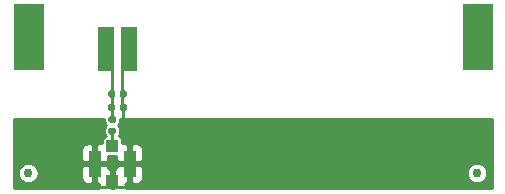
<source format=gbr>
%TF.GenerationSoftware,KiCad,Pcbnew,5.1.6+dfsg1-1~bpo10+1*%
%TF.CreationDate,2021-03-29T13:25:19-04:00*%
%TF.ProjectId,RUSP_Antenna,52555350-5f41-46e7-9465-6e6e612e6b69,rev?*%
%TF.SameCoordinates,Original*%
%TF.FileFunction,Copper,L1,Top*%
%TF.FilePolarity,Positive*%
%FSLAX46Y46*%
G04 Gerber Fmt 4.6, Leading zero omitted, Abs format (unit mm)*
G04 Created by KiCad (PCBNEW 5.1.6+dfsg1-1~bpo10+1) date 2021-03-29 13:25:19*
%MOMM*%
%LPD*%
G01*
G04 APERTURE LIST*
%TA.AperFunction,SMDPad,CuDef*%
%ADD10C,0.750000*%
%TD*%
%TA.AperFunction,SMDPad,CuDef*%
%ADD11R,1.050000X2.200000*%
%TD*%
%TA.AperFunction,SMDPad,CuDef*%
%ADD12R,1.000000X1.000000*%
%TD*%
%TA.AperFunction,SMDPad,CuDef*%
%ADD13R,2.600000X5.600000*%
%TD*%
%TA.AperFunction,SMDPad,CuDef*%
%ADD14R,1.400000X3.700000*%
%TD*%
%TA.AperFunction,Conductor*%
%ADD15C,0.250000*%
%TD*%
%TA.AperFunction,Conductor*%
%ADD16C,0.254000*%
%TD*%
G04 APERTURE END LIST*
%TO.P,C2,2*%
%TO.N,GNDA*%
%TA.AperFunction,SMDPad,CuDef*%
G36*
G01*
X133490000Y-98372500D02*
X133490000Y-98027500D01*
G75*
G02*
X133637500Y-97880000I147500J0D01*
G01*
X133932500Y-97880000D01*
G75*
G02*
X134080000Y-98027500I0J-147500D01*
G01*
X134080000Y-98372500D01*
G75*
G02*
X133932500Y-98520000I-147500J0D01*
G01*
X133637500Y-98520000D01*
G75*
G02*
X133490000Y-98372500I0J147500D01*
G01*
G37*
%TD.AperFunction*%
%TO.P,C2,1*%
%TO.N,Net-(AE1-Pad1)*%
%TA.AperFunction,SMDPad,CuDef*%
G36*
G01*
X132520000Y-98372500D02*
X132520000Y-98027500D01*
G75*
G02*
X132667500Y-97880000I147500J0D01*
G01*
X132962500Y-97880000D01*
G75*
G02*
X133110000Y-98027500I0J-147500D01*
G01*
X133110000Y-98372500D01*
G75*
G02*
X132962500Y-98520000I-147500J0D01*
G01*
X132667500Y-98520000D01*
G75*
G02*
X132520000Y-98372500I0J147500D01*
G01*
G37*
%TD.AperFunction*%
%TD*%
%TO.P,C1,1*%
%TO.N,Net-(AE1-Pad1)*%
%TA.AperFunction,SMDPad,CuDef*%
G36*
G01*
X132677500Y-98920000D02*
X133022500Y-98920000D01*
G75*
G02*
X133170000Y-99067500I0J-147500D01*
G01*
X133170000Y-99362500D01*
G75*
G02*
X133022500Y-99510000I-147500J0D01*
G01*
X132677500Y-99510000D01*
G75*
G02*
X132530000Y-99362500I0J147500D01*
G01*
X132530000Y-99067500D01*
G75*
G02*
X132677500Y-98920000I147500J0D01*
G01*
G37*
%TD.AperFunction*%
%TO.P,C1,2*%
%TO.N,Net-(C1-Pad2)*%
%TA.AperFunction,SMDPad,CuDef*%
G36*
G01*
X132677500Y-99890000D02*
X133022500Y-99890000D01*
G75*
G02*
X133170000Y-100037500I0J-147500D01*
G01*
X133170000Y-100332500D01*
G75*
G02*
X133022500Y-100480000I-147500J0D01*
G01*
X132677500Y-100480000D01*
G75*
G02*
X132530000Y-100332500I0J147500D01*
G01*
X132530000Y-100037500D01*
G75*
G02*
X132677500Y-99890000I147500J0D01*
G01*
G37*
%TD.AperFunction*%
%TD*%
D10*
%TO.P,FID1,*%
%TO.N,*%
X125750000Y-103750000D03*
%TD*%
%TO.P,FID2,*%
%TO.N,*%
X163750000Y-103750000D03*
%TD*%
D11*
%TO.P,J1,2*%
%TO.N,GNDA*%
X134325000Y-102950000D03*
X131375000Y-102950000D03*
D12*
X132850000Y-104450000D03*
%TO.P,J1,1*%
%TO.N,Net-(C1-Pad2)*%
X132850000Y-101450000D03*
%TD*%
%TO.P,L1,1*%
%TO.N,Net-(AE1-Pad1)*%
%TA.AperFunction,SMDPad,CuDef*%
G36*
G01*
X132520000Y-97222500D02*
X132520000Y-96877500D01*
G75*
G02*
X132667500Y-96730000I147500J0D01*
G01*
X132962500Y-96730000D01*
G75*
G02*
X133110000Y-96877500I0J-147500D01*
G01*
X133110000Y-97222500D01*
G75*
G02*
X132962500Y-97370000I-147500J0D01*
G01*
X132667500Y-97370000D01*
G75*
G02*
X132520000Y-97222500I0J147500D01*
G01*
G37*
%TD.AperFunction*%
%TO.P,L1,2*%
%TO.N,GNDA*%
%TA.AperFunction,SMDPad,CuDef*%
G36*
G01*
X133490000Y-97222500D02*
X133490000Y-96877500D01*
G75*
G02*
X133637500Y-96730000I147500J0D01*
G01*
X133932500Y-96730000D01*
G75*
G02*
X134080000Y-96877500I0J-147500D01*
G01*
X134080000Y-97222500D01*
G75*
G02*
X133932500Y-97370000I-147500J0D01*
G01*
X133637500Y-97370000D01*
G75*
G02*
X133490000Y-97222500I0J147500D01*
G01*
G37*
%TD.AperFunction*%
%TD*%
D13*
%TO.P,AE1,*%
%TO.N,*%
X163800000Y-92250000D03*
D14*
%TO.P,AE1,1*%
%TO.N,Net-(AE1-Pad1)*%
X132300000Y-93250000D03*
D13*
%TO.P,AE1,*%
%TO.N,*%
X125800000Y-92250000D03*
D14*
%TO.P,AE1,2*%
%TO.N,GNDA*%
X134300000Y-93250000D03*
%TD*%
D15*
%TO.N,Net-(AE1-Pad1)*%
X132300000Y-93250000D02*
X132300000Y-94350000D01*
X132300000Y-94350000D02*
X132850000Y-94900000D01*
X132850000Y-94900000D02*
X132850000Y-97000000D01*
X132850000Y-97000000D02*
X132850000Y-98250000D01*
X132850000Y-98250000D02*
X132850000Y-99200000D01*
%TO.N,GNDA*%
X134300000Y-93250000D02*
X134300000Y-94300000D01*
X134300000Y-94300000D02*
X133700000Y-94900000D01*
X133700000Y-94900000D02*
X133700000Y-97050000D01*
X133700000Y-97050000D02*
X133700000Y-98250000D01*
X133785000Y-98200000D02*
X133785000Y-99985000D01*
X134250000Y-104500000D02*
X134250000Y-104899990D01*
X133100010Y-104899990D02*
X131250000Y-104899990D01*
X134250000Y-104899990D02*
X133100010Y-104899990D01*
X132850000Y-104899990D02*
X133100010Y-104899990D01*
X132850000Y-104450000D02*
X132850000Y-104899990D01*
%TO.N,Net-(C1-Pad2)*%
X132850000Y-101450000D02*
X132850000Y-100200000D01*
%TD*%
D16*
%TO.N,GNDA*%
G36*
X132201418Y-99362500D02*
G01*
X132210566Y-99455379D01*
X132237658Y-99544689D01*
X132281652Y-99626997D01*
X132340859Y-99699141D01*
X132341906Y-99700000D01*
X132340859Y-99700859D01*
X132281652Y-99773003D01*
X132237658Y-99855311D01*
X132210566Y-99944621D01*
X132201418Y-100037500D01*
X132201418Y-100332500D01*
X132210566Y-100425379D01*
X132237658Y-100514689D01*
X132281652Y-100596997D01*
X132305307Y-100625820D01*
X132285897Y-100627732D01*
X132224257Y-100646430D01*
X132167450Y-100676794D01*
X132117657Y-100717657D01*
X132076794Y-100767450D01*
X132046430Y-100824257D01*
X132027732Y-100885897D01*
X132021418Y-100950000D01*
X132021418Y-101223886D01*
X131900000Y-101211928D01*
X131660750Y-101215000D01*
X131502000Y-101373750D01*
X131502000Y-102823000D01*
X132376250Y-102823000D01*
X132535000Y-102664250D01*
X132536455Y-102278582D01*
X133163545Y-102278582D01*
X133165000Y-102664250D01*
X133323750Y-102823000D01*
X134198000Y-102823000D01*
X134198000Y-101373750D01*
X134452000Y-101373750D01*
X134452000Y-102823000D01*
X135326250Y-102823000D01*
X135485000Y-102664250D01*
X135488072Y-101850000D01*
X135475812Y-101725518D01*
X135439502Y-101605820D01*
X135380537Y-101495506D01*
X135301185Y-101398815D01*
X135204494Y-101319463D01*
X135094180Y-101260498D01*
X134974482Y-101224188D01*
X134850000Y-101211928D01*
X134610750Y-101215000D01*
X134452000Y-101373750D01*
X134198000Y-101373750D01*
X134039250Y-101215000D01*
X133800000Y-101211928D01*
X133678582Y-101223886D01*
X133678582Y-100950000D01*
X133672268Y-100885897D01*
X133653570Y-100824257D01*
X133623206Y-100767450D01*
X133582343Y-100717657D01*
X133532550Y-100676794D01*
X133475743Y-100646430D01*
X133414103Y-100627732D01*
X133394693Y-100625820D01*
X133418348Y-100596997D01*
X133462342Y-100514689D01*
X133489434Y-100425379D01*
X133498582Y-100332500D01*
X133498582Y-100037500D01*
X133489434Y-99944621D01*
X133462342Y-99855311D01*
X133418348Y-99773003D01*
X133359141Y-99700859D01*
X133358094Y-99700000D01*
X133359141Y-99699141D01*
X133418348Y-99626997D01*
X133462342Y-99544689D01*
X133489434Y-99455379D01*
X133498582Y-99362500D01*
X133498582Y-99155222D01*
X133499250Y-99155000D01*
X133527250Y-99127000D01*
X134042750Y-99127000D01*
X134070750Y-99155000D01*
X134080000Y-99158072D01*
X134204482Y-99145812D01*
X134266497Y-99127000D01*
X164998000Y-99127000D01*
X164998000Y-104998000D01*
X133983345Y-104998000D01*
X133988072Y-104950000D01*
X133985000Y-104735750D01*
X133935581Y-104686331D01*
X134039250Y-104685000D01*
X134198000Y-104526250D01*
X134198000Y-103077000D01*
X134452000Y-103077000D01*
X134452000Y-104526250D01*
X134610750Y-104685000D01*
X134850000Y-104688072D01*
X134974482Y-104675812D01*
X135094180Y-104639502D01*
X135204494Y-104580537D01*
X135301185Y-104501185D01*
X135380537Y-104404494D01*
X135439502Y-104294180D01*
X135475812Y-104174482D01*
X135488072Y-104050000D01*
X135486615Y-103663623D01*
X162873000Y-103663623D01*
X162873000Y-103836377D01*
X162906703Y-104005811D01*
X162972813Y-104165415D01*
X163068790Y-104309055D01*
X163190945Y-104431210D01*
X163334585Y-104527187D01*
X163494189Y-104593297D01*
X163663623Y-104627000D01*
X163836377Y-104627000D01*
X164005811Y-104593297D01*
X164165415Y-104527187D01*
X164309055Y-104431210D01*
X164431210Y-104309055D01*
X164527187Y-104165415D01*
X164593297Y-104005811D01*
X164627000Y-103836377D01*
X164627000Y-103663623D01*
X164593297Y-103494189D01*
X164527187Y-103334585D01*
X164431210Y-103190945D01*
X164309055Y-103068790D01*
X164165415Y-102972813D01*
X164005811Y-102906703D01*
X163836377Y-102873000D01*
X163663623Y-102873000D01*
X163494189Y-102906703D01*
X163334585Y-102972813D01*
X163190945Y-103068790D01*
X163068790Y-103190945D01*
X162972813Y-103334585D01*
X162906703Y-103494189D01*
X162873000Y-103663623D01*
X135486615Y-103663623D01*
X135485000Y-103235750D01*
X135326250Y-103077000D01*
X134452000Y-103077000D01*
X134198000Y-103077000D01*
X133323750Y-103077000D01*
X133165000Y-103235750D01*
X133164703Y-103314585D01*
X133135750Y-103315000D01*
X132977000Y-103473750D01*
X132977000Y-104323000D01*
X132997000Y-104323000D01*
X132997000Y-104577000D01*
X132977000Y-104577000D01*
X132977000Y-104998000D01*
X132723000Y-104998000D01*
X132723000Y-104577000D01*
X132703000Y-104577000D01*
X132703000Y-104323000D01*
X132723000Y-104323000D01*
X132723000Y-103473750D01*
X132564250Y-103315000D01*
X132535297Y-103314585D01*
X132535000Y-103235750D01*
X132376250Y-103077000D01*
X131502000Y-103077000D01*
X131502000Y-104526250D01*
X131660750Y-104685000D01*
X131764419Y-104686331D01*
X131715000Y-104735750D01*
X131711928Y-104950000D01*
X131716655Y-104998000D01*
X124502000Y-104998000D01*
X124502000Y-103663623D01*
X124873000Y-103663623D01*
X124873000Y-103836377D01*
X124906703Y-104005811D01*
X124972813Y-104165415D01*
X125068790Y-104309055D01*
X125190945Y-104431210D01*
X125334585Y-104527187D01*
X125494189Y-104593297D01*
X125663623Y-104627000D01*
X125836377Y-104627000D01*
X126005811Y-104593297D01*
X126165415Y-104527187D01*
X126309055Y-104431210D01*
X126431210Y-104309055D01*
X126527187Y-104165415D01*
X126574993Y-104050000D01*
X130211928Y-104050000D01*
X130224188Y-104174482D01*
X130260498Y-104294180D01*
X130319463Y-104404494D01*
X130398815Y-104501185D01*
X130495506Y-104580537D01*
X130605820Y-104639502D01*
X130725518Y-104675812D01*
X130850000Y-104688072D01*
X131089250Y-104685000D01*
X131248000Y-104526250D01*
X131248000Y-103077000D01*
X130373750Y-103077000D01*
X130215000Y-103235750D01*
X130211928Y-104050000D01*
X126574993Y-104050000D01*
X126593297Y-104005811D01*
X126627000Y-103836377D01*
X126627000Y-103663623D01*
X126593297Y-103494189D01*
X126527187Y-103334585D01*
X126431210Y-103190945D01*
X126309055Y-103068790D01*
X126165415Y-102972813D01*
X126005811Y-102906703D01*
X125836377Y-102873000D01*
X125663623Y-102873000D01*
X125494189Y-102906703D01*
X125334585Y-102972813D01*
X125190945Y-103068790D01*
X125068790Y-103190945D01*
X124972813Y-103334585D01*
X124906703Y-103494189D01*
X124873000Y-103663623D01*
X124502000Y-103663623D01*
X124502000Y-101850000D01*
X130211928Y-101850000D01*
X130215000Y-102664250D01*
X130373750Y-102823000D01*
X131248000Y-102823000D01*
X131248000Y-101373750D01*
X131089250Y-101215000D01*
X130850000Y-101211928D01*
X130725518Y-101224188D01*
X130605820Y-101260498D01*
X130495506Y-101319463D01*
X130398815Y-101398815D01*
X130319463Y-101495506D01*
X130260498Y-101605820D01*
X130224188Y-101725518D01*
X130211928Y-101850000D01*
X124502000Y-101850000D01*
X124502000Y-99127000D01*
X132201418Y-99127000D01*
X132201418Y-99362500D01*
G37*
X132201418Y-99362500D02*
X132210566Y-99455379D01*
X132237658Y-99544689D01*
X132281652Y-99626997D01*
X132340859Y-99699141D01*
X132341906Y-99700000D01*
X132340859Y-99700859D01*
X132281652Y-99773003D01*
X132237658Y-99855311D01*
X132210566Y-99944621D01*
X132201418Y-100037500D01*
X132201418Y-100332500D01*
X132210566Y-100425379D01*
X132237658Y-100514689D01*
X132281652Y-100596997D01*
X132305307Y-100625820D01*
X132285897Y-100627732D01*
X132224257Y-100646430D01*
X132167450Y-100676794D01*
X132117657Y-100717657D01*
X132076794Y-100767450D01*
X132046430Y-100824257D01*
X132027732Y-100885897D01*
X132021418Y-100950000D01*
X132021418Y-101223886D01*
X131900000Y-101211928D01*
X131660750Y-101215000D01*
X131502000Y-101373750D01*
X131502000Y-102823000D01*
X132376250Y-102823000D01*
X132535000Y-102664250D01*
X132536455Y-102278582D01*
X133163545Y-102278582D01*
X133165000Y-102664250D01*
X133323750Y-102823000D01*
X134198000Y-102823000D01*
X134198000Y-101373750D01*
X134452000Y-101373750D01*
X134452000Y-102823000D01*
X135326250Y-102823000D01*
X135485000Y-102664250D01*
X135488072Y-101850000D01*
X135475812Y-101725518D01*
X135439502Y-101605820D01*
X135380537Y-101495506D01*
X135301185Y-101398815D01*
X135204494Y-101319463D01*
X135094180Y-101260498D01*
X134974482Y-101224188D01*
X134850000Y-101211928D01*
X134610750Y-101215000D01*
X134452000Y-101373750D01*
X134198000Y-101373750D01*
X134039250Y-101215000D01*
X133800000Y-101211928D01*
X133678582Y-101223886D01*
X133678582Y-100950000D01*
X133672268Y-100885897D01*
X133653570Y-100824257D01*
X133623206Y-100767450D01*
X133582343Y-100717657D01*
X133532550Y-100676794D01*
X133475743Y-100646430D01*
X133414103Y-100627732D01*
X133394693Y-100625820D01*
X133418348Y-100596997D01*
X133462342Y-100514689D01*
X133489434Y-100425379D01*
X133498582Y-100332500D01*
X133498582Y-100037500D01*
X133489434Y-99944621D01*
X133462342Y-99855311D01*
X133418348Y-99773003D01*
X133359141Y-99700859D01*
X133358094Y-99700000D01*
X133359141Y-99699141D01*
X133418348Y-99626997D01*
X133462342Y-99544689D01*
X133489434Y-99455379D01*
X133498582Y-99362500D01*
X133498582Y-99155222D01*
X133499250Y-99155000D01*
X133527250Y-99127000D01*
X134042750Y-99127000D01*
X134070750Y-99155000D01*
X134080000Y-99158072D01*
X134204482Y-99145812D01*
X134266497Y-99127000D01*
X164998000Y-99127000D01*
X164998000Y-104998000D01*
X133983345Y-104998000D01*
X133988072Y-104950000D01*
X133985000Y-104735750D01*
X133935581Y-104686331D01*
X134039250Y-104685000D01*
X134198000Y-104526250D01*
X134198000Y-103077000D01*
X134452000Y-103077000D01*
X134452000Y-104526250D01*
X134610750Y-104685000D01*
X134850000Y-104688072D01*
X134974482Y-104675812D01*
X135094180Y-104639502D01*
X135204494Y-104580537D01*
X135301185Y-104501185D01*
X135380537Y-104404494D01*
X135439502Y-104294180D01*
X135475812Y-104174482D01*
X135488072Y-104050000D01*
X135486615Y-103663623D01*
X162873000Y-103663623D01*
X162873000Y-103836377D01*
X162906703Y-104005811D01*
X162972813Y-104165415D01*
X163068790Y-104309055D01*
X163190945Y-104431210D01*
X163334585Y-104527187D01*
X163494189Y-104593297D01*
X163663623Y-104627000D01*
X163836377Y-104627000D01*
X164005811Y-104593297D01*
X164165415Y-104527187D01*
X164309055Y-104431210D01*
X164431210Y-104309055D01*
X164527187Y-104165415D01*
X164593297Y-104005811D01*
X164627000Y-103836377D01*
X164627000Y-103663623D01*
X164593297Y-103494189D01*
X164527187Y-103334585D01*
X164431210Y-103190945D01*
X164309055Y-103068790D01*
X164165415Y-102972813D01*
X164005811Y-102906703D01*
X163836377Y-102873000D01*
X163663623Y-102873000D01*
X163494189Y-102906703D01*
X163334585Y-102972813D01*
X163190945Y-103068790D01*
X163068790Y-103190945D01*
X162972813Y-103334585D01*
X162906703Y-103494189D01*
X162873000Y-103663623D01*
X135486615Y-103663623D01*
X135485000Y-103235750D01*
X135326250Y-103077000D01*
X134452000Y-103077000D01*
X134198000Y-103077000D01*
X133323750Y-103077000D01*
X133165000Y-103235750D01*
X133164703Y-103314585D01*
X133135750Y-103315000D01*
X132977000Y-103473750D01*
X132977000Y-104323000D01*
X132997000Y-104323000D01*
X132997000Y-104577000D01*
X132977000Y-104577000D01*
X132977000Y-104998000D01*
X132723000Y-104998000D01*
X132723000Y-104577000D01*
X132703000Y-104577000D01*
X132703000Y-104323000D01*
X132723000Y-104323000D01*
X132723000Y-103473750D01*
X132564250Y-103315000D01*
X132535297Y-103314585D01*
X132535000Y-103235750D01*
X132376250Y-103077000D01*
X131502000Y-103077000D01*
X131502000Y-104526250D01*
X131660750Y-104685000D01*
X131764419Y-104686331D01*
X131715000Y-104735750D01*
X131711928Y-104950000D01*
X131716655Y-104998000D01*
X124502000Y-104998000D01*
X124502000Y-103663623D01*
X124873000Y-103663623D01*
X124873000Y-103836377D01*
X124906703Y-104005811D01*
X124972813Y-104165415D01*
X125068790Y-104309055D01*
X125190945Y-104431210D01*
X125334585Y-104527187D01*
X125494189Y-104593297D01*
X125663623Y-104627000D01*
X125836377Y-104627000D01*
X126005811Y-104593297D01*
X126165415Y-104527187D01*
X126309055Y-104431210D01*
X126431210Y-104309055D01*
X126527187Y-104165415D01*
X126574993Y-104050000D01*
X130211928Y-104050000D01*
X130224188Y-104174482D01*
X130260498Y-104294180D01*
X130319463Y-104404494D01*
X130398815Y-104501185D01*
X130495506Y-104580537D01*
X130605820Y-104639502D01*
X130725518Y-104675812D01*
X130850000Y-104688072D01*
X131089250Y-104685000D01*
X131248000Y-104526250D01*
X131248000Y-103077000D01*
X130373750Y-103077000D01*
X130215000Y-103235750D01*
X130211928Y-104050000D01*
X126574993Y-104050000D01*
X126593297Y-104005811D01*
X126627000Y-103836377D01*
X126627000Y-103663623D01*
X126593297Y-103494189D01*
X126527187Y-103334585D01*
X126431210Y-103190945D01*
X126309055Y-103068790D01*
X126165415Y-102972813D01*
X126005811Y-102906703D01*
X125836377Y-102873000D01*
X125663623Y-102873000D01*
X125494189Y-102906703D01*
X125334585Y-102972813D01*
X125190945Y-103068790D01*
X125068790Y-103190945D01*
X124972813Y-103334585D01*
X124906703Y-103494189D01*
X124873000Y-103663623D01*
X124502000Y-103663623D01*
X124502000Y-101850000D01*
X130211928Y-101850000D01*
X130215000Y-102664250D01*
X130373750Y-102823000D01*
X131248000Y-102823000D01*
X131248000Y-101373750D01*
X131089250Y-101215000D01*
X130850000Y-101211928D01*
X130725518Y-101224188D01*
X130605820Y-101260498D01*
X130495506Y-101319463D01*
X130398815Y-101398815D01*
X130319463Y-101495506D01*
X130260498Y-101605820D01*
X130224188Y-101725518D01*
X130211928Y-101850000D01*
X124502000Y-101850000D01*
X124502000Y-99127000D01*
X132201418Y-99127000D01*
X132201418Y-99362500D01*
%TD*%
M02*

</source>
